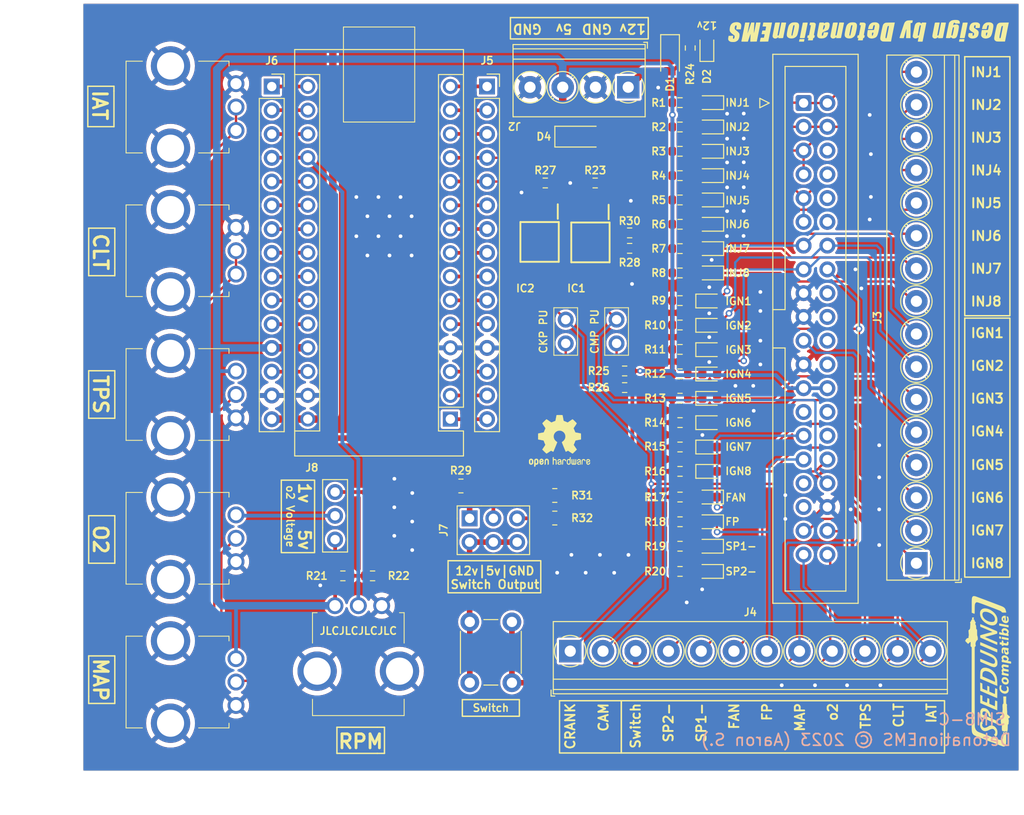
<source format=kicad_pcb>
(kicad_pcb (version 20221018) (generator pcbnew)
  (title_block (title "Engine Simulator - 8 Channel") (date "2023-01-26") (rev "B3") (company "DetonationEMS"))
  (layers (0 "F.Cu" signal "Front") (31 "B.Cu" signal "Back") (34 "B.Paste" user) (35 "F.Paste" user) (36 "B.SilkS" user "B.Silkscreen") (37 "F.SilkS" user "F.Silkscreen") (38 "B.Mask" user) (39 "F.Mask" user) (44 "Edge.Cuts" user))
  (net 0 "")
  (net 1 "o2-Voltage")
  (net 2 "+5V")
  (net 3 "INJ1")
  (net 4 "IGN2")
  (net 5 "CAM")
  (net 6 "TPS")
  (net 7 "IAT")
  (net 8 "IGN4")
  (net 9 "INJ4")
  (net 10 "INJ3")
  (net 11 "INJ2")
  (net 12 "IGN3")
  (net 13 "CRANK")
  (net 14 "o2")
  (net 15 "CLT")
  (net 16 "MAP")
  (net 17 "IGN1")
  (net 18 "MC-A0")
  (net 19 "GND")
  (net 20 "Net-(D2-A)")
  (net 21 "Net-(IC1-A)")
  (net 22 "Net-(IC2-A)")
  (net 23 "Net-(J7-Pin_1)")
  (net 24 "Net-(J7-Pin_2)")
  (net 25 "Net-(J7-Pin_3)")
  (net 26 "Net-(J7-Pin_5)")
  (net 27 "Net-(J8-Pin_3)")
  (net 28 "Net-(J10-Pin_1)")
  (net 29 "Net-(J11-Pin_1)")
  (net 30 "MC-D1")
  (net 31 "MC-D2")
  (net 32 "MC-D3")
  (net 33 "MC-D4")
  (net 34 "MC-D5")
  (net 35 "MC-D6")
  (net 36 "MC-D7")
  (net 37 "MC-D10")
  (net 38 "MC-D11")
  (net 39 "MC-D12")
  (net 40 "MC-D13")
  (net 41 "+3.3V")
  (net 42 "MC-AREF")
  (net 43 "MC-A1")
  (net 44 "MC-A2")
  (net 45 "MC-A3")
  (net 46 "MC-A4")
  (net 47 "MC-A5")
  (net 48 "MC-A6")
  (net 49 "MC-D0")
  (net 50 "MC-A7")
  (net 51 "FLEX")
  (net 52 "FAN")
  (net 53 "FP")
  (net 54 "TACH")
  (net 55 "CLUTCH")
  (net 56 "VVT")
  (net 57 "IDLE")
  (net 58 "IDLE2")
  (net 59 "BOOST")
  (net 60 "1B")
  (net 61 "1A")
  (net 62 "2A")
  (net 63 "2B")
  (net 64 "VR1-")
  (net 65 "VR2-")
  (net 66 "INJ8")
  (net 67 "INJ7")
  (net 68 "CAM-OUT")
  (net 69 "CRANK-OUT")
  (net 70 "SP1-")
  (net 71 "SP2-")
  (net 72 "Net-(LED1-A)")
  (net 73 "Net-(LED2-A)")
  (net 74 "INJ6")
  (net 75 "INJ5")
  (net 76 "IGN8")
  (net 77 "IGN7")
  (net 78 "IGN6")
  (net 79 "IGN5")
  (net 80 "Net-(LED3-A)")
  (net 81 "+12V")
  (net 82 "Net-(LED4-A)")
  (net 83 "Net-(LED5-A)")
  (net 84 "Net-(LED6-A)")
  (net 85 "Net-(LED7-A)")
  (net 86 "Net-(LED8-A)")
  (net 87 "Net-(LED9-K)")
  (net 88 "Net-(LED10-K)")
  (net 89 "Net-(LED11-K)")
  (net 90 "Net-(LED12-K)")
  (net 91 "SWITCH")
  (net 92 "Net-(LED13-K)")
  (net 93 "Net-(LED14-K)")
  (net 94 "Net-(LED15-K)")
  (net 95 "12v-Unprotected")
  (net 96 "Net-(LED16-K)")
  (net 97 "MC-RESET-3")
  (net 98 "MC-RESET-28")
  (net 99 "Net-(LED17-A)")
  (net 100 "Net-(LED18-A)")
  (net 101 "Net-(LED19-A)")
  (net 102 "Net-(LED20-A)")
  (footprint "Resistor_SMD:R_0603_1608Metric" (layer "F.Cu") (at 126.57465 119.08165)
    (fp_text reference "R21")
    (fp_text value "470r" hide)
  )
  (footprint "Resistor_SMD:R_0603_1608Metric" (layer "F.Cu") (at 129.74965 119.08165)
    (fp_text reference "R22")
    (fp_text value "100r" hide)
  )
  (footprint "MyLibs:RV09AF4020KB10K" (layer "F.Cu") (at 115.153567 132.9709 90)
    (fp_text reference "POT1" hide)
    (fp_text value "IAT" hide)
  )
  (footprint "MyLibs:RV09AF4020KB10K" (layer "F.Cu") (at 115.153567 117.6039 90)
    (fp_text reference "POT2" hide)
    (fp_text value "CLT" hide)
  )
  (footprint "MyLibs:RV09AF4020KB10K" (layer "F.Cu") (at 115.153567 86.8699 90)
    (fp_text reference "POT4" hide)
    (fp_text value "TPS" hide)
  )
  (footprint "MyLibs:RV09AF4020KB10K" (layer "F.Cu") (at 115.153567 102.2369 90)
    (fp_text reference "POT3" hide)
    (fp_text value "MAP/SP1" hide)
  )
  (footprint "MyLibs:RV09AF4020KB10K" (layer "F.Cu") (at 115.153567 71.5137 90)
    (fp_text reference "POT5" hide)
    (fp_text value "o2" hide)
  )
  (footprint "MyLibs:RV09AF4020KB10K" (layer "F.Cu") (at 130.76565 122.26705 180)
    (fp_text reference "POT6" hide)
    (fp_text value "RPM" hide)
  )
  (footprint "LED_SMD:LED_0603_1608Metric" (layer "F.Cu") (at 165.7858 68.503 180)
    (fp_text reference "LED1" hide)
    (fp_text value "INJ1")
  )
  (footprint "LED_SMD:LED_0603_1608Metric" (layer "F.Cu") (at 165.7858 71.103285 180)
    (fp_text reference "LED2" hide)
    (fp_text value "INJ2")
  )
  (footprint "LED_SMD:LED_0603_1608Metric" (layer "F.Cu") (at 165.7858 73.70357 180)
    (fp_text reference "LED3" hide)
    (fp_text value "INJ3")
  )
  (footprint "LED_SMD:LED_0603_1608Metric" (layer "F.Cu") (at 165.7858 76.303855 180)
    (fp_text reference "LED4" hide)
    (fp_text value "INJ4")
  )
  (footprint "LED_SMD:LED_0603_1608Metric" (layer "F.Cu") (at 165.7858 89.7022)
    (fp_text reference "LED9" hide)
    (fp_text value "IGN1")
  )
  (footprint "LED_SMD:LED_0603_1608Metric" (layer "F.Cu") (at 165.7858 92.303885)
    (fp_text reference "LED10" hide)
    (fp_text value "IGN2")
  )
  (footprint "LED_SMD:LED_0603_1608Metric" (layer "F.Cu") (at 165.7858 94.90557)
    (fp_text reference "LED11" hide)
    (fp_text value "IGN3")
  )
  (footprint "LED_SMD:LED_0603_1608Metric" (layer "F.Cu") (at 165.7858 97.507255)
    (fp_text reference "LED12" hide)
    (fp_text value "IGN4")
  )
  (footprint "LED_SMD:LED_0603_1608Metric" (layer "F.Cu") (at 165.763633 110.6572 180)
    (fp_text reference "LED17" hide)
    (fp_text value "FAN")
  )
  (footprint "LED_SMD:LED_0603_1608Metric" (layer "F.Cu") (at 165.763633 113.2988 180)
    (fp_text reference "LED18" hide)
    (fp_text value "FP")
  )
  (footprint "Resistor_SMD:R_0603_1608Metric" (layer "F.Cu") (at 162.6108 68.503)
    (fp_text reference "R1")
    (fp_text value "1k" hide)
  )
  (footprint "Resistor_SMD:R_0603_1608Metric" (layer "F.Cu") (at 162.6108 71.103285)
    (fp_text reference "R2")
    (fp_text value "1k" hide)
  )
  (footprint "Resistor_SMD:R_0603_1608Metric" (layer "F.Cu") (at 162.6108 73.70357)
    (fp_text reference "R3")
    (fp_text value "1k" hide)
  )
  (footprint "Resistor_SMD:R_0603_1608Metric" (layer "F.Cu") (at 162.6108 76.303855)
    (fp_text reference "R4")
    (fp_text value "1k" hide)
  )
  (footprint "Resistor_SMD:R_0603_1608Metric" (layer "F.Cu") (at 162.6108 89.6622)
    (fp_text reference "R9")
    (fp_text value "1k" hide)
  )
  (footprint "Resistor_SMD:R_0603_1608Metric" (layer "F.Cu") (at 162.6108 92.2696)
    (fp_text reference "R10")
    (fp_text value "1k" hide)
  )
  (footprint "Resistor_SMD:R_0603_1608Metric" (layer "F.Cu") (at 162.6108 94.877)
    (fp_text reference "R11")
    (fp_text value "1k" hide)
  )
  (footprint "Resistor_SMD:R_0603_1608Metric" (layer "F.Cu") (at 162.6108 97.4844)
    (fp_text reference "R12")
    (fp_text value "1k" hide)
  )
  (footprint "Resistor_SMD:R_0603_1608Metric" (layer "F.Cu") (at 162.6108 110.6572)
    (fp_text reference "R17")
    (fp_text value "1k" hide)
  )
  (footprint "Resistor_SMD:R_0603_1608Metric" (layer "F.Cu") (at 162.6108 113.2988)
    (fp_text reference "R18")
    (fp_text value "1k" hide)
  )
  (footprint "Module:Arduino_Nano" (layer "F.Cu") (at 138.0648 102.326 180)
    (fp_text reference "A1" hide)
    (fp_text value "Arduino_Nano_v3.x" hide)
  )
  (footprint "Connector_Automotive:IDC-Header_2x20_P2.54mm_Vertical_Speeduino" (layer "F.Cu") (at 175.8188 68.544)
    (fp_text reference "J1" hide)
    (fp_text value "Conn_02x20_Counter_Clockwise" hide)
  )
  (footprint "Detonation:3-PinSwitch" (layer "F.Cu") (at 125.7421 115.2011 180)
    (fp_text reference "J8")
    (fp_text value "Conn_01x03" hide)
  )
  (footprint "Detonation-Logos:Design by 30mm" (layer "F.Cu") (at 182.753 60.833 180)
    (fp_text reference "G1" hide)
    (fp_text value "Logo_Open_Hardware_Small" hide)
  )
  (footprint "Detonation-Logos:SpeeduinoCompatible-17mm" (layer "F.Cu") (at 195.4784 129.286 90)
    (fp_text reference "G2" hide)
    (fp_text value "Logo_Open_Hardware_Small" hide)
  )
  (footprint "Symbol:OSHW-Logo2_7.3x6mm_SilkScreen" (layer "F.Cu") (at 149.733 104.648)
    (fp_text reference "G3" hide)
    (fp_text value "Logo_Open_Hardware_Small" hide)
  )
  (footprint "Resistor_SMD:R_0603_1608Metric" (layer "F.Cu") (at 162.6108 84.10471)
    (fp_text reference "R7")
    (fp_text value "1k")
  )
  (footprint "Button_Switch_THT:SW_PUSH_6mm_H9.5mm" (layer "F.Cu") (at 144.6424 124.004 -90)
    (fp_text reference "SW1" hide)
    (fp_text value "Switch")
  )
  (footprint "LED_SMD:LED_0603_1608Metric" (layer "F.Cu") (at 165.763633 118.6074 180)
    (fp_text reference "LED19" hide)
    (fp_text value "SP2-")
  )
  (footprint "Resistor_SMD:R_0603_1608Metric" (layer "F.Cu") (at 162.6108 78.90414)
    (fp_text reference "R5")
    (fp_text value "1k")
  )
  (footprint "TerminalBlock_Phoenix:TerminalBlock_Phoenix_PT-1,5-4-3.5-H_1x04_P3.50mm_Horizontal" (layer "F.Cu") (at 157.0736 66.8528 180)
    (fp_text reference "J2")
    (fp_text value "Conn_01x04" hide)
  )
  (footprint "Resistor_SMD:R_0603_1608Metric" (layer "F.Cu") (at 162.6108 105.3066)
    (fp_text reference "R15")
    (fp_text value "1k")
  )
  (footprint "Resistor_SMD:R_0603_1608Metric" (layer "F.Cu") (at 162.6108 100.0918)
    (fp_text reference "R13")
    (fp_text value "1k")
  )
  (footprint "LED_SMD:LED_0603_1608Metric" (layer "F.Cu") (at 165.7858 78.90414 180)
    (fp_text reference "LED5" hide)
    (fp_text value "INJ5")
  )
  (footprint "Connector_PinSocket_2.54mm:PinSocket_1x15_P2.54mm_Vertical" (layer "F.Cu") (at 141.986 66.7766)
    (fp_text reference "J5")
    (fp_text value "Conn_01x04")
  )
  (footprint "Resistor_SMD:R_0603_1608Metric" (layer "F.Cu") (at 156.6926 98.9584 180)
    (fp_text reference "R26")
    (fp_text value "1k")
  )
  (footprint "LED_SMD:LED_0603_1608Metric" (layer "F.Cu") (at 165.763633 115.915 180)
    (fp_text reference "LED20" hide)
    (fp_text value "SP1-")
  )
  (footprint "Diode_SMD:D_SOD-123" (layer "F.Cu") (at 161.544 63.4894 -90)
    (fp_text reference "D1")
    (fp_text value "B5819W")
  )
  (footprint "Resistor_SMD:R_0603_1608Metric" (layer "F.Cu") (at 162.6108 102.6992)
    (fp_text reference "R14")
    (fp_text value "1k")
  )
  (footprint "LED_SMD:LED_0603_1608Metric" (layer "F.Cu") (at 165.7858 100.10894)
    (fp_text reference "LED13" hide)
    (fp_text value "IGN5")
  )
  (footprint "Detonation:1x02-Proto" (layer "F.Cu") (at 150.3934 94.234 180)
    (fp_text reference "J11" hide)
    (fp_text value "CKP PU")
  )
  (footprint "LED_SMD:LED_0603_1608Metric" (layer "F.Cu") (at 165.7858 107.914)
    (fp_text reference "LED16" hide)
    (fp_text value locked "IGN8")
  )
  (footprint "Resistor_SMD:R_0603_1608Metric" (layer "F.Cu") (at 156.6926 97.1804 180)
    (fp_text reference "R25")
    (fp_text value "1k")
  )
  (footprint "TerminalBlock_Phoenix:TerminalBlock_Phoenix_PT-1,5-16-3.5-H_1x16_P3.50mm_Horizontal" (layer "F.Cu") (at 187.872733 117.7302 90)
    (fp_text reference "J3")
    (fp_text value "Conn_01x08")
  )
  (footprint "LED_SMD:LED_0603_1608Metric" (layer "F.Cu") (at 165.7858 81.504425 180)
    (fp_text reference "LED6" hide)
    (fp_text value "INJ6")
  )
  (footprint "Resistor_SMD:R_0603_1608Metric" (layer "F.Cu") (at 162.6108 81.504425)
    (fp_text reference "R6")
    (fp_text value "1k")
  )
  (footprint "Resistor_SMD:R_0603_1608Metric" (layer "F.Cu") (at 162.6108 107.914)
    (fp_text reference locked "R16")
    (fp_text value "1k")
  )
  (footprint "LED_SMD:LED_0603_1608Metric" (layer "F.Cu") (at 165.7858 84.10471 180)
    (fp_text reference "LED7" hide)
    (fp_text value "INJ7")
  )
  (footprint "LED_SMD:LED_0603_1608Metric" (layer "F.Cu") (at 165.7858 102.710625)
    (fp_text reference "LED14" hide)
    (fp_text value "IGN6")
  )
  (footprint "Connector_PinSocket_2.54mm:PinSocket_1x15_P2.54mm_Vertical" (layer "F.Cu") (at 118.9736 66.7812)
    (fp_text reference "J6")
    (fp_text value "Conn_01x04")
  )
  (footprint "Resistor_SMD:R_0603_1608Metric" (layer "F.Cu") (at 153.543 77.089 180)
    (fp_text reference "R23")
    (fp_text value "470r" hide)
  )
  (footprint "Detonation:SOP254P700X200-4N" (layer "F.Cu") (at 147.5994 83.3894 -90)
    (fp_text reference "IC2")
    (fp_text value "EL357NB_TA_-G" hide)
  )
  (footprint "Resistor_SMD:R_0805_2012Metric" (layer "F.Cu") (at 139.192 109.474 180)
    (fp_text reference "R29")
    (fp_text value "0r")
  )
  (footprint "Detonation:SOP254P700X200-4N" (layer "F.Cu") (at 153.035 83.439 -90)
    (fp_text reference "IC1")
    (fp_text value "EL357NB_TA_-G" hide)
  )
  (footprint "LED_SMD:LED_0603_1608Metric" (layer "F.Cu") (at 165.481 62.611 90)
    (fp_text reference "D2")
    (fp_text value "12v")
  )
  (footprint "Resistor_SMD:R_0603_1608Metric" (layer "F.Cu") (at 162.6108 118.6074)
    (fp_text reference "R20")
    (fp_text value "1k")
  )
  (footprint "Resistor_SMD:R_0603_1608Metric" (layer "F.Cu") (at 163.703 62.6618 90)
    (fp_text reference "R24")
    (fp_text value "1k")
  )
  (footprint "Resistor_SMD:R_0603_1608Metric" (layer "F.Cu") (at 157.226 82.423)
    (fp_text reference "R30")
    (fp_text value "1k")
  )
  (footprint "LED_SMD:LED_0603_1608Metric" (layer "F.Cu") (at 165.7858 86.705 180)
    (fp_text reference "LED8" hide)
    (fp_text value "INJ8")
  )
  (footprint "Resistor_SMD:R_0603_1608Metric" (layer "F.Cu") (at 162.6108 86.705)
    (fp_text reference "R8")
    (fp_text value "1k")
  )
  (footprint "Resistor_SMD:R_0603_1608Metric" (layer "F.Cu") (at 157.226 84.074)
    (fp_text reference "R28")
    (fp_text value "1k")
  )
  (footprint "LED_SMD:LED_0603_1608Metric" (layer "F.Cu") (at 165.7858 105.31231)
    (fp_text reference "LED15" hide)
    (fp_text value "IGN7")
  )
  (footprint "Resistor_SMD:R_0603_1608Metric" (layer "F.Cu") (at 162.6108 115.915)
    (fp_text reference "R19")
    (fp_text value "1k")
  )
  (footprint "Detonation:1x02-Proto" (layer "F.Cu") (at 155.829 94.234 180)
    (fp_text reference "J10" hide)
    (fp_text value "CMP PU")
  )
  (footprint "Resistor_SMD:R_0805_2012Metric" (layer "F.Cu") (at 149.225 112.903 180)
    (fp_text reference "R32")
    (fp_text value "0r")
  )
  (footprint "Resistor_SMD:R_0603_1608Metric" (layer "F.Cu") (at 148.209 77.089 180)
    (fp_text reference "R27")
    (fp_text value "470r" hide)
  )
  (footprint "Detonation:PinSocket 2x03" (layer "F.Cu") (at 140.1214 112.9338 90)
    (fp_text reference "J7")
    (fp_text value "Conn_01x03")
  )
  (footprint "Diode_SMD:D_MiniMELF" (layer "F.Cu") (at 151.892 72.136)
    (fp_text reference "D4")
    (fp_text value "ZMM5V6")
  )
  (footprint "TerminalBlock_Phoenix:TerminalBlock_Phoenix_PT-1,5-12-3.5-H_1x12_P3.50mm_Horizontal" (layer "F.Cu") (at 150.876 127.127)
    (fp_text reference "J4")
    (fp_text value "Conn_01x10")
  )
  (footprint "Resistor_SMD:R_0805_2012Metric" (layer "F.Cu") (at 149.225 110.49)
    (fp_text reference "R31")
    (fp_text value "0r")
  )
  (gr_line (start 102.1084 66.7512) (end 102.1084 67.2592) (stroke (width 0.1524)) (layer "F.SilkS"))
  (gr_line (start 102.199567 128.1449) (end 102.199567 131.9549) (stroke (width 0.1524)) (layer "F.SilkS"))
  (gr_line (start 102.199567 132.7169) (end 99.405567 132.7169) (stroke (width 0.1524)) (layer "F.SilkS"))
  (gr_line (start 99.405567 127.6369) (end 102.199567 127.6369) (stroke (width 0.1524)) (layer "F.SilkS"))
  (gr_line (start 99.405567 131.9549) (end 99.405567 127.6369) (stroke (width 0.1524)) (layer "F.SilkS"))
  (gr_line (start 102.199567 127.6369) (end 102.199567 128.1449) (stroke (width 0.1524)) (layer "F.SilkS"))
  (gr_line (start 99.405567 132.7169) (end 99.405567 131.9549) (stroke (width 0.1524)) (layer "F.SilkS"))
  (gr_line (start 102.199567 132.7169) (end 102.199567 131.9549) (stroke (width 0.1524)) (layer "F.SilkS"))
  (gr_line (start 102.199567 82.4249) (end 102.199567 86.2349) (stroke (width 0.1524)) (layer "F.SilkS"))
  (gr_line (start 102.199567 81.9169) (end 102.199567 82.4249) (stroke (width 0.1524)) (layer "F.SilkS"))
  (gr_line (start 102.199567 86.9969) (end 102.199567 86.2349) (stroke (width 0.1524)) (layer "F.SilkS"))
  (gr_line (start 102.199567 86.9969) (end 99.405567 86.9969) (stroke (width 0.1524)) (layer "F.SilkS"))
  (gr_line (start 99.405567 86.9969) (end 99.405567 81.9169) (stroke (width 0.1524)) (layer "F.SilkS"))
  (gr_line (start 99.405567 81.9169) (end 102.199567 81.9169) (stroke (width 0.1524)) (layer "F.SilkS"))
  (gr_line (start 126.44765 135.26145) (end 130.25765 135.26145) (stroke (width 0.1524)) (layer "F.SilkS"))
  (gr_line (start 125.93965 135.26145) (end 126.44765 135.26145) (stroke (width 0.1524)) (layer "F.SilkS"))
  (gr_line (start 131.01965 138.05545) (end 130.25765 138.05545) (stroke (width 0.1524)) (layer "F.SilkS"))
  (gr_line (start 131.01965 135.26145) (end 130.25765 135.26145) (stroke (width 0.1524)) (layer "F.SilkS"))
  (gr_line (start 130.25765 138.05545) (end 125.93965 138.05545) (stroke (width 0.1524)) (layer "F.SilkS"))
  (gr_line (start 125.93965 138.05545) (end 125.93965 135.26145) (stroke (width 0.1524)) (layer "F.SilkS"))
  (gr_rect (start 193.043133 91.531) (end 197.869133 119.217) (stroke (width 0.1524)) (fill none) (layer "F.SilkS"))
  (gr_rect (start 119.99535 108.8511) (end 123.55135 116.5981) (stroke (width 0.1524)) (fill none) (layer "F.SilkS"))
  (gr_line (start 102.199567 97.6649) (end 102.199567 101.4749) (stroke (width 0.1524)) (layer "F.SilkS"))
  (gr_line (start 102.199567 117.7309) (end 99.405567 117.7309) (stroke (width 0.1524)) (layer "F.SilkS"))
  (gr_line (start 102.1084 67.2592) (end 102.1084 71.0692) (stroke (width 0.1524)) (layer "F.SilkS"))
  (gr_line (start 102.199567 112.6509) (end 102.199567 113.1589) (stroke (width 0.1524)) (layer "F.SilkS"))
  (gr_line (start 99.405567 117.7309) (end 99.405567 112.6509) (stroke (width 0.1524)) (layer "F.SilkS"))
  (gr_rect (start 139.3444 132.3086) (end 145.4404 134.0866) (stroke (width 0.1524)) (fill none) (layer "F.SilkS"))
  (gr_rect (start 156.337 132.425) (end 190.881 138.013) (stroke (width 0.1524)) (fill none) (layer "F.SilkS"))
  (gr_rect (start 137.8204 117.4623) (end 147.7264 120.8913) (stroke (width 0.1524)) (fill none) (layer "F.SilkS"))
  (gr_line (start 131.01965 135.26145) (end 131.01965 138.05545) (stroke (width 0.1524)) (layer "F.SilkS"))
  (gr_line (start 99.405567 112.6509) (end 102.199567 112.6509) (stroke (width 0.1524)) (layer "F.SilkS"))
  (gr_line (start 99.405567 97.1569) (end 102.199567 97.1569) (stroke (width 0.1524)) (layer "F.SilkS"))
  (gr_line (start 99.405567 102.2369) (end 99.405567 97.1569) (stroke (width 0.1524)) (layer "F.SilkS"))
  (gr_rect (start 193.043133 63.591) (end 197.869133 91.277) (stroke (width 0.1524)) (fill none) (layer "F.SilkS"))
  (gr_line (start 99.3144 71.0692) (end 99.3144 66.7512) (stroke (width 0.1524)) (layer "F.SilkS"))
  (gr_rect (start 144.483 59.4091) (end 159.215 61.6951) (stroke (width 0.1524)) (fill none) (layer "F.SilkS"))
  (gr_line (start 102.199567 102.2369) (end 102.199567 101.4749) (stroke (width 0.1524)) (layer "F.SilkS"))
  (gr_line (start 102.199567 102.2369) (end 99.405567 102.2369) (stroke (width 0.1524)) (layer "F.SilkS"))
  (gr_line (start 99.3144 66.7512) (end 102.1084 66.7512) (stroke (width 0.1524)) (layer "F.SilkS"))
  (gr_line (start 102.199567 117.7309) (end 102.199567 116.9689) (stroke (width 0.1524)) (layer "F.SilkS"))
  (gr_line (start 102.199567 113.1589) (end 102.199567 116.9689) (stroke (width 0.1524)) (layer "F.SilkS"))
  (gr_rect (start 149.733 132.425) (end 156.337 138.013) (stroke (width 0.1524)) (fill none) (layer "F.SilkS"))
  (gr_line (start 102.199567 97.1569) (end 102.199567 97.6649) (stroke (width 0.1524)) (layer "F.SilkS"))
  (gr_line (start 102.1084 71.0692) (end 99.3144 71.0692) (stroke (width 0.1524)) (layer "F.SilkS"))
  (gr_line (start 198.8166 139.912) (end 198.8166 57.912) (stroke (width 0.0381)) (layer "Edge.Cuts"))
  (gr_line (start 198.8166 57.912) (end 98.8166 57.912) (stroke (width 0.0381)) (layer "Edge.Cuts"))
  (gr_line (start 98.8166 57.912) (end 98.8166 139.912) (stroke (width 0.0381)) (layer "Edge.Cuts"))
  (gr_line (start 98.8166 139.912) (end 198.8166 139.912) (stroke (width 0.0381)) (layer "Edge.Cuts"))
  (gr_text "DetonationEMS © 2023 (Aaron S.)" (at 198.12 136.616) (layer "B.SilkS") (effects (font (size 1.25 1.25) (thickness 0.18)) (justify left mirror)))
  (gr_text "SIM8-C" (at 193.826628 134.4168) (layer "B.SilkS") (effects (font (size 1.25 1.25) (thickness 0.18)) (justify mirror)))
  (gr_text "IGN1" (at 195.456133 93.130058) (layer "F.SilkS") (effects (font (size 1 1) (thickness 0.2))))
  (gr_text "INJ4" (at 195.337085 75.746713) (layer "F.SilkS") (effects (font (size 1 1) (thickness 0.2))))
  (gr_text "IGN4" (at 195.456133 103.634774) (layer "F.SilkS") (effects (font (size 1 1) (thickness 0.2))))
  (gr_text "CAM" (at 154.432 134.203 90) (layer "F.SilkS") (effects (font (size 1 1) (thickness 0.2))))
  (gr_text "CLT" (at 185.970328 133.988715 90) (layer "F.SilkS") (effects (font (size 1 1) (thickness 0.2))))
  (gr_text "FP" (at 171.915664 133.631572 90) (layer "F.SilkS") (effects (font (size 1 1) (thickness 0.2))))
  (gr_text "5v  GND " (at 147.531 60.6156 180) (layer "F.SilkS") (effects (font (size 1 1) (thickness 0.2))))
  (gr_text "O2" (at 100.675567 115.1909 270) (layer "F.SilkS") (effects (font (size 1.5 1.5) (thickness 0.3))))
  (gr_text "RPM" (at 128.47965 136.78545) (layer "F.SilkS") (effects (font (size 1.5 1.5) (thickness 0.3))))
  (gr_text "o2" (at 178.942996 133.631572 90) (layer "F.SilkS") (effects (font (size 1 1) (thickness 0.2))))
  (gr_text "MAP" (at 175.42933 134.203 90) (layer "F.SilkS") (effects (font (size 1 1) (thickness 0.2))))
  (gr_text "SP2-" (at 161.374666 134.774429 90) (layer "F.SilkS") (effects (font (size 1 1) (thickness 0.2))))
  (gr_text "INJ1" (at 195.337085 65.242) (layer "F.SilkS") (effects (font (size 1 1) (thickness 0.2))))
  (gr_text "IGN7" (at 195.456133 114.2302) (layer "F.SilkS") (effects (font (size 1 1) (thickness 0.2))))
  (gr_text "IGN5" (at 195.456133 107.227058) (layer "F.SilkS") (effects (font (size 1 1) (thickness 0.2))))
  (gr_text "TPS" (at 182.456662 134.060143 90) (layer "F.SilkS") (effects (font (size 1 1) (thickness 0.2))))
  (gr_text "INJ2" (at 195.337085 68.743571) (layer "F.SilkS") (effects (font (size 1 1) (thickness 0.2))))
  (gr_text "SP1-" (at 164.888332 134.774429 90) (layer "F.SilkS") (effects (font (size 1 1) (thickness 0.2))))
  (gr_text "12v GND" (at 155.532 60.6156 180) (layer "F.SilkS") (effects (font (size 1 1.05) (thickness 0.2))))
  (gr_text "Switch" (at 157.861 135.107762 90) (layer "F.SilkS") (effects (font (size 1 1) (thickness 0.2))))
  (gr_text "INJ5" (at 195.337085 79.248287) (layer "F.SilkS") (effects (font (size 1 1) (thickness 0.2))))
  (gr_text "TPS" (at 100.675567 99.6969 270) (layer "F.SilkS") (effects (font (size 1.5 1.5) (thickness 0.3))))
  (gr_text "IGN3" (at 195.456133 100.1332) (layer "F.SilkS") (effects (font (size 1 1) (thickness 0.2))))
  (gr_text "CRANK" (at 150.876 135.155381 90) (layer "F.SilkS") (effects (font (size 1 1) (thickness 0.2))))
  (gr_text "IAT" (at 189.484 133.750619 90) (layer "F.SilkS") (effects (font (size 1 1) (thickness 0.2))))
  (gr_text "1v   5v" (at 122.47185 112.724599 270) (layer "F.SilkS") (effects (font (size 1.25 1.25) (thickness 0.25))))
  (gr_text "CLT" (at 100.675567 84.4569 270) (layer "F.SilkS") (effects (font (size 1.5 1.5) (thickness 0.3))))
  (gr_text "JLCJLCJLCJLC" (at 128.22565 124.95965) (layer "F.SilkS") (effects (font (size 0.8 0.8) (thickness 0.16))))
  (gr_text "INJ8" (at 195.337085 89.753) (layer "F.SilkS") (effects (font (size 1 1) (thickness 0.2))))
  (gr_text "o2 Voltage" (at 120.94785 112.7246 270) (layer "F.SilkS") (effects (font (size 0.8128 0.8128) (thickness 0.1524))))
  (gr_text "IGN2" (at 195.456133 96.631629) (layer "F.SilkS") (effects (font (size 1 1) (thickness 0.2))))
  (gr_text "IAT" (at 100.5844 68.7832 270) (layer "F.SilkS") (effects (font (size 1.5 1.5) (thickness 0.3))))
  (gr_text "INJ3" (at 195.337085 72.245142) (layer "F.SilkS") (effects (font (size 1 1) (thickness 0.2))))
  (gr_text "IGN8" (at 195.456133 117.731774) (layer "F.SilkS") (effects (font (size 1 1) (thickness 0.2))))
  (gr_text "INJ6" (at 195.337085 82.749858) (layer "F.SilkS") (effects (font (size 1 1) (thickness 0.2))))
  (gr_text "12v|5v|GND\nSwitch Output" (at 142.8242 119.2784) (layer "F.SilkS") (effects (font (size 0.9 0.9) (thickness 0.18))))
  (gr_text "MAP" (at 100.675567 130.1769 270) (layer "F.SilkS") (effects (font (size 1.5 1.5) (thickness 0.3))))
  (gr_text "INJ7" (at 195.337085 86.251429) (layer "F.SilkS") (effects (font (size 1 1) (thickness 0.2))))
  (gr_text "FAN" (at 168.401998 134.083953 90) (layer "F.SilkS") (effects (font (size 1 1) (thickness 0.2))))
  (gr_text "IGN6" (at 195.456133 110.728629) (layer "F.SilkS") (effects (font (size 1 1) (thickness 0.2))))
  (segment (start 115.238667 112.649) (end 125.73 112.649) (width 0.4) (layer "B.Cu") (net 1))
  (segment (start 161.7858 113.2988) (end 161.7858 110.6572) (width 0.6) (layer "F.Cu") (net 2))
  (segment (start 158.051 84.074) (end 161.75509 84.074) (width 0.4) (layer "F.Cu") (net 2))
  (segment (start 161.7858 69.803933) (end 161.7858 71.099) (width 0.4) (layer "F.Cu") (net 2))
  (segment (start 161.7858 76.291) (end 161.7858 78.90414) (width 0.4) (layer "F.Cu") (net 2))
  (segment (start 150.0736 66.8528) (end 150.0736 72.0676) (width 0.8) (layer "F.Cu") (net 2))
  (segment (start 161.7858 71.099) (end 161.7858 73.695) (width 0.4) (layer "F.Cu") (net 2))
  (segment (start 161.7858 76.291) (end 161.7858 73.695) (width 0.4) (layer "F.Cu") (net 2))
  (segment (start 157.5176 98.9584) (end 157.5176 110.6572) (width 0.4) (layer "F.Cu") (net 2))
  (segment (start 161.7858 115.915) (end 161.7858 113.2988) (width 0.6) (layer "F.Cu") (net 2))
  (segment (start 161.7858 84.10471) (end 161.7858 86.705) (width 0.4) (layer "F.Cu") (net 2))
  (segment (start 157.5176 97.1804) (end 158.3436 97.1804) (width 0.4) (layer "F.Cu") (net 2))
  (segment (start 161.7858 81.504425) (end 161.7858 84.10471) (width 0.4) (layer "F.Cu") (net 2))
  (segment (start 125.74965 119.08165) (end 125.74965 115.20865) (width 0.4) (layer "F.Cu") (net 2))
  (segment (start 158.051 84.074) (end 158.051 82.423) (width 0.4) (layer "F.Cu") (net 2))
  (segment (start 161.7858 118.6074) (end 161.7858 115.915) (width 0.6) (layer "F.Cu") (net 2))
  (segment (start 161.7858 78.90414) (end 161.7858 81.504425) (width 0.4) (layer "F.Cu") (net 2))
  (segment (start 150.3047 110.6572) (end 157.5176 110.6572) (width 0.4) (layer "F.Cu") (net 2))
  (segment (start 122.8248 94.706) (end 118.9888 94.706) (width 0.8) (layer "F.Cu") (net 2))
  (segment (start 157.5176 110.6572) (end 161.7858 110.6572) (width 0.4) (layer "F.Cu") (net 2))
  (segment (start 157.5176 98.9584) (end 157.5176 97.1804) (width 0.4) (layer "F.Cu") (net 2))
  (segment (start 161.7858 68.503) (end 161.7858 69.803933) (width 0.4) (layer "F.Cu") (net 2))
  (segment (start 125.74965 119.08165) (end 125.74965 122.24305) (width 0.4) (layer "F.Cu") (net 2))
  (via (at 158.3436 97.1804) (size 0.6) (drill 0.3) (layers "F.Cu" "B.Cu") (net 2))
  (via (at 161.798 69.803933) (size 0.7) (drill 0.4) (layers "F.Cu" "B.Cu") (net 2))
  (segment (start 149.4938 63.845) (end 150.0736 64.4248) (width 0.8) (layer "B.Cu") (net 2))
  (segment (start 113.096167 64.957833) (end 114.209 63.845) (width 0.8) (layer "B.Cu") (net 2))
  (segment (start 175.8188 99.024) (end 174.247133 99.024) (width 0.4) (layer "B.Cu") (net 2))
  (segment (start 115.153567 97.1969) (end 113.110767 97.1969) (width 0.4) (layer "B.Cu") (net 2))
  (segment (start 161.3408 64.3128) (end 150.1856 64.3128) (width 0.4) (layer "B.Cu") (net 2))
  (segment (start 174.247133 99.024) (end 172.850133 97.627) (width 0.4) (layer "B.Cu") (net 2))
  (segment (start 113.096167 121.6933) (end 113.096167 97.1823) (width 0.8) (layer "B.Cu") (net 2))
  (segment (start 115.153567 122.2117) (end 115.153567 127.8909) (width 0.4) (layer "B.Cu") (net 2))
  (segment (start 113.110767 97.1969) (end 113.096167 97.1823) (width 0.4) (layer "B.Cu") (net 2))
  (segment (start 113.096167 94.777433) (end 113.096167 64.957833) (width 0.8) (layer "B.Cu") (net 2))
  (segment (start 150.0736 64.4248) (end 150.0736 66.8528) (width 0.8) (layer "B.Cu") (net 2))
  (segment (start 113.1524 94.7212) (end 113.096167 94.777433) (width 0.8) (layer "B.Cu") (net 2))
  (segment (start 118.9736 94.7212) (end 113.1524 94.7212) (width 0.8) (layer "B.Cu") (net 2))
  (segment (start 172.850133 97.627) (end 162.2446 97.627) (width 0.4) (layer "B.Cu") (net 2))
  (segment (start 158.3436 97.1804) (end 161.798 97.1804) (width 0.4) (layer "B.Cu") (net 2))
  (segment (start 150.1856 64.3128) (end 150.0736 64.4248) (width 0.4) (layer "B.Cu") (net 2))
  (segment (start 125.7173 122.2754) (end 113.678267 122.2754) (width 0.8) (layer "B.Cu") (net 2))
  (segment (start 113.096167 97.1823) (end 113.096167 94.777433) (width 0.8) (layer "B.Cu") (net 2))
  (segment (start 175.8188 99.024) (end 178.3588 99.024) (width 0.4) (layer "B.Cu") (net 2))
  (segment (start 113.678267 122.2754) (end 113.096167 121.6933) (width 0.8) (layer "B.Cu") (net 2))
  (segment (start 114.209 63.845) (end 149.4938 63.845) (width 0.8) (layer "B.Cu") (net 2))
  (segment (start 162.2446 97.627) (end 161.801133 97.183533) (width 0.4) (layer "B.Cu") (net 2))
  (segment (start 161.801133 97.183533) (end 161.801133 69.819266) (width 0.4) (layer "B.Cu") (net 2))
  (segment (start 161.798 64.77) (end 161.3408 64.3128) (width 0.4) (layer "B.Cu") (net 2))
  (segment (start 161.801133 69.819266) (end 161.7858 69.803933) (width 0.4) (layer "B.Cu") (net 2))
  (segment (start 161.798 69.803933) (end 161.798 64.77) (width 0.4) (layer "B.Cu") (net 2))
  (segment (start 161.798 97.1804) (end 161.801133 97.183533) (width 0.4) (layer "B.Cu") (net 2))
  (segment (start 178.3588 68.544) (end 175.8188 68.544) (width 0.25) (layer "F.Cu") (net 3))
  (segment (start 166.5733 68.503) (end 175.7778 68.503) (width 0.25) (layer "F.Cu") (net 3))
  (segment (start 178.3588 68.544) (end 181.6934 65.2094) (width 0.25) (layer "F.Cu") (net 3))
  (segment (start 181.6934 65.2094) (end 187.4886 65.2094) (width 0.25) (layer "F.Cu") (net 3))
  (segment (start 167.846333 91.030852) (end 166.5733 92.303885) (width 0.25) (layer "F.Cu") (net 4))
  (segment (start 167.846333 91.023) (end 167.846333 91.030852) (width 0.25) (layer "F.Cu") (net 4))
  (via (at 167.846333 91.023) (size 0.7) (drill 0.4) (layers "F.Cu" "B.Cu") (net 4))
  (segment (start 178.3588 83.784) (end 183.645133 83.784) (width 0.25) (layer "B.Cu") (net 4))
  (segment (start 167.846333 91.023) (end 168.506733 90.3626) (width 0.25) (layer "B.Cu") (net 4))
  (segment (start 169.040133 85.054) (end 176.660133 85.054) (width 0.25) (layer "B.Cu") (net 4))
  (segment (start 183.645133 83.784) (end 184.026133 84.165) (width 0.25) (layer "B.Cu") (net 4))
  (segment (start 184.026133 84.165) (end 184.026133 92.8836) (width 0.25) (layer "B.Cu") (net 4))
  (segment (start 176.660133 85.054) (end 177.930133 83.784) (width 0.25) (layer "B.Cu") (net 4))
  (segment (start 168.506733 85.5874) (end 169.040133 85.054) (width 0.25) (layer "B.Cu") (net 4))
  (segment (start 184.026133 92.8836) (end 187.872733 96.7302) (width 0.25) (layer "B.Cu") (net 4))
  (segment (start 168.506733 90.3626) (end 168.506733 85.5874) (width 0.25) (layer "B.Cu") (net 4))
  (segment (start 152.908 82.042) (end 152.908 74.93) (width 0.25) (layer "F.Cu") (net 5))
  (segment (start 153.289 82.423) (end 152.908 82.042) (width 0.25) (layer "F.Cu") (net 5))
  (segment (start 156.401 82.423) (end 153.289 82.423) (width 0.25) (layer "F.Cu") (net 5))
  (segment (start 141.986 74.3966) (end 138.0754 74.3966) (width 0.4) (layer "F.Cu") (net 5))
  (segment (start 152.3746 74.3966) (end 141.986 74.3966) (width 0.25) (layer "F.Cu") (net 5))
  (segment (start 152.908 74.93) (end 152.3746 74.3966) (width 0.25) (layer "F.Cu") (net 5))
  (segment (start 113.2988 136.108) (end 112.8268 135.636) (width 0.25) (layer "F.Cu") (net 6))
  (segment (start 180.470133 117.5025) (end 180.470133 114.808) (width 0.25) (layer "F.Cu") (net 6))
  (segment (start 182.376 119.408367) (end 180.470133 117.5025) (width 0.25) (layer "F.Cu") (net 6))
  (segment (start 179.9738 114.311667) (end 178.3588 114.311667) (width 0.25) (layer "F.Cu") (net 6))
  (segment (start 173.355 136.108) (end 113.2988 136.108) (width 0.25) (layer "F.Cu") (net 6))
  (segment (start 112.8268 135.636) (end 112.8268 102.023667) (width 0.25) (layer "F.Cu") (net 6))
  (segment (start 182.31 127.153) (end 173.355 136.108) (width 0.25) (layer "F.Cu") (net 6))
  (segment (start 180.470133 114.808) (end 179.9738 114.311667) (width 0.25) (layer "F.Cu") (net 6))
  (segment (start 182.376 127.127) (end 182.376 119.408367) (width 0.25) (layer "F.Cu") (net 6))
  (segment (start 112.8268 102.023667) (end 115.153567 99.6969) (width 0.25) (layer "F.Cu") (net 6))
  (segment (start 115.153567 68.9737) (end 115.153567 71.4737) (width 0.25) (layer "F.Cu") (net 7))
  (segment (start 178.435 138.14) (end 111.762867 138.14) (width 0.25) (layer "F.Cu") (net 7))
  (segment (start 111.318167 137.6953) (end 111.318167 75.3091) (width 0.25) (layer "F.Cu") (net 7))
  (segment (start 111.318167 75.3091) (end 115.153567 71.4737) (width 0.25) (layer "F.Cu") (net 7))
  (segment (start 111.762867 138.14) (end 111.318167 137.6953) (width 0.25) (layer "F.Cu") (net 7))
  (segment (start 189.361 127.214) (end 178.435 138.14) (width 0.25) (layer "F.Cu") (net 7))
  (segment (start 175.8188 120.2436) (end 175.8188 116.804) (width 0.25) (layer "B.Cu") (net 7))
  (segment (start 186.038 123.789) (end 179.3642 123.789) (width 0.25) (layer "B.Cu") (net 7))
  (segment (start 189.376 127.127) (end 186.038 123.789) (width 0.25) (layer "B.Cu") (net 7))
  (segment (start 179.3642 123.789) (end 175.8188 120.2436) (width 0.25) (layer "B.Cu") (net 7))
  (segment (start 167.977555 96.103) (end 169.421133 96.103) (width 0.25) (layer "F.Cu") (net 8))
  (segment (start 166.5733 97.507255) (end 167.977555 96.103) (width 0.25) (layer "F.Cu") (net 8))
  (via (at 169.421133 96.103) (size 0.7) (drill 0.4) (layers "F.Cu" "B.Cu") (net 8))
  (segment (start 169.421133 86.832) (end 169.421133 96.103) (width 0.25) (layer "B.Cu") (net 8))
  (segment (start 169.929133 86.324) (end 169.421133 86.832) (width 0.25) (layer "B.Cu") (net 8))
  (segment (start 175.8188 86.324) (end 169.929133 86.324) (width 0.25) (layer "B.Cu") (net 8))
  (segment (start 182.629133 85.054) (end 177.549133 85.054) (width 0.25) (layer "B.Cu") (net 8))
  (segment (start 177.549133 85.054) (end 176.279133 86.324) (width 0.25) (layer "B.Cu") (net 8))
  (segment (start 187.872733 103.7302) (end 183.010133 98.8676) (width 0.25) (layer "B.Cu") (net 8))
  (segment (start 183.010133 98.8676) (end 183.010133 85.435) (width 0.25) (layer "B.Cu") (net 8))
  (segment (start 183.010133 85.435) (end 182.629133 85.054) (width 0.25) (layer "B.Cu") (net 8))
  (segment (start 175.8188 78.704) (end 177.0888 77.434) (width 0.25) (layer "F.Cu") (net 9))
  (segment (start 166.5733 76.291) (end 173.4058 76.291) (width 0.25) (layer "F.Cu") (net 9))
  (segment (start 181.2518 75.7094) (end 179.5272 77.434) (width 0.25) (layer "F.Cu") (net 9))
  (segment (start 179.5272 77.434) (end 177.0888 77.434) (width 0.25) (layer "F.Cu") (net 9))
  (segment (start 187.4886 75.7094) (end 181.2518 75.7094) (width 0.25) (layer "F.Cu") (net 9))
  (segment (start 173.4058 76.291) (end 175.8188 78.704) (width 0.25) (layer "F.Cu") (net 9))
  (segment (start 175.8188 78.704) (end 175.8188 81.244) (width 0.25) (layer "B.Cu") (net 9))
  (segment (start 175.8188 73.624) (end 175.8188 76.164) (width 0.25) (layer "F.Cu") (net 10))
  (segment (start 187.3186 72.3794) (end 177.0634 72.3794) (width 0.25) (layer "F.Cu") (net 10))
  (segment (start 177.0634 72.3794) (end 175.8188 73.624) (width 0.25) (layer "F.Cu") (net 10))
  (segment (start 166.6443 73.624) (end 175.8188 73.624) (width 0.25) (layer "F.Cu") (net 10))
  (segment (start 166.5883 71.084) (end 175.8188 71.084) (width 0.25) (layer "F.Cu") (net 11))
  (segment (start 185.114 71.084) (end 178.3588 71.084) (width 0.25) (layer "F.Cu") (net 11))
  (segment (start 187.4886 68.7094) (end 185.114 71.084) (width 0.25) (layer "F.Cu") (net 11))
  (segment (start 178.3588 71.084) (end 175.8188 71.084) (width 0.25) (layer "F.Cu") (net 11))
  (segment (start 181.740133 92.674) (end 181.740133 94.0964) (width 0.25) (layer "F.Cu") (net 12))
  (segment (start 181.740133 92.674) (end 168.786133 92.674) (width 0.25) (layer "F.Cu") (net 12))
  (segment (start 168.786133 92.674) (end 166.5733 94.886833) (width 0.25) (layer "F.Cu") (net 12))
  (segment (start 181.740133 94.0964) (end 187.872733 100.229) (width 0.25) (layer "F.Cu") (net 12))
  (via (at 181.740133 92.674) (size 0.7) (drill 0.4) (layers "F.Cu" "B.Cu") (net 12))
  (segment (start 181.740133 92.674) (end 181.740133 89.705333) (width 0.25) (layer "B.Cu") (net 12))
  (segment (start 181.740133 89.705333) (end 178.3588 86.324) (width 0.25) (layer "B.Cu") (net 12))
  (segment (start 156.401 84.074) (end 147.828 84.074) (width 0.25) (layer "F.Cu") (net 13))
  (segment (start 141.986 76.9366) (end 147.2316 76.9366) (width 0.25) (layer "F.Cu") (net 13))
  (segment (start 147.447 83.693) (end 147.447 77.152) (width 0.25) (layer "F.Cu") (net 13))
  (segment (start 138.0648 76.926) (end 141.9754 76.926) (width 0.4) (layer "F.Cu") (net 13))
  (segment (start 147.828 84.074) (end 147.447 83.693) (width 0.25) (layer "F.Cu") (net 13))
  (segment (start 178.861 127.173) (end 170.942 135.092) (width 0.25) (layer "F.Cu") (net 14))
  (segment (start 170.942 135.092) (end 114.048867 135.092) (width 0.25) (layer "F.Cu") (net 14))
  (segment (start 178.6636 126.7806) (end 178.6636 117.1088) (width 0.25) (layer "F.Cu") (net 14))
  (segment (start 113.5888 116.628667) (end 115.153567 115.0639) (width 0.25) (layer "F.Cu") (net 14))
  (segment (start 113.5888 134.631933) (end 113.5888 116.628667) (width 0.25) (layer "F.Cu") (net 14))
  (segment (start 114.048867 135.092) (end 113.5888 134.631933) (width 0.25) (layer "F.Cu") (net 14))
  (segment (start 112.486 137.124) (end 112.0648 136.7028) (width 0.25) (layer "F.Cu") (net 15))
  (segment (start 115.153567 86.8299) (end 115.153567 84.3299) (width 0.25) (layer "F.Cu") (net 15))
  (segment (start 112.0648 89.918667) (end 115.153567 86.8299) (width 0.25) (layer "F.Cu") (net 15))
  (segment (start 185.876 121.320867) (end 181.613133 117.058) (width 0.25) (layer "F.Cu") (net 15))
  (segment (start 181.069133 112.994) (end 177.549133 112.994) (width 0.25) (layer "F.Cu") (net 15))
  (segment (start 181.613133 113.538) (end 181.069133 112.994) (width 0.25) (layer "F.Cu") (net 15))
  (segment (start 177.549133 112.994) (end 176.3268 114.216333) (width 0.25) (layer "F.Cu") (net 15))
  (segment (start 185.876 127.127) (end 185.876 121.320867) (width 0.25) (layer "F.Cu") (net 15))
  (segment (start 185.861 127.153) (end 175.89 137.124) (width 0.25) (layer "F.Cu") (net 15))
  (segment (start 112.0648 136.7028) (end 112.0648 89.918667) (width 0.25) (layer "F.Cu") (net 15))
  (segment (start 181.613133 117.058) (end 181.613133 113.538) (width 0.25) (layer "F.Cu") (net 15))
  (segment (start 175.89 137.124) (end 112.486 137.124) (width 0.25) (layer "F.Cu") (net 15))
  (segment (start 119.634 130.302) (end 115.282467 130.302) (width 0.25) (layer "F.Cu") (net 16))
  (segment (start 123.281 133.949) (end 119.634 130.302) (width 0.25) (layer "F.Cu") (net 16))
  (segment (start 175.325 127.153) (end 168.529 133.949) (width 0.25) (layer "F.Cu") (net 16))
  (segment (start 168.529 133.949) (end 123.281 133.949) (width 0.25) (layer "F.Cu") (net 16))
  (segment (start 177.1142 95.2394) (end 175.8188 93.944) (width 0.25) (layer "B.Cu") (net 16))
  (segment (start 175.376 127.127) (end 175.376 122.0868) (width 0.25) (layer "B.Cu") (net 16))
  (segment (start 174.153 115.534) (end 181.232133 115.534) (width 0.25) (layer "B.Cu") (net 16))
  (segment (start 175.376 122.0868) (end 173.9138 120.6246) (width 0.25) (layer "B.Cu") (net 16))
  (segment (start 173.9138 115.7732) (end 174.153 115.534) (width 0.25) (layer "B.Cu") (net 16))
  (segment (start 173.9138 120.6246) (end 173.9138 115.7732) (width 0.25) (layer "B.Cu") (net 16))
  (segment (start 181.613133 115.153) (end 181.613133 95.722) (width 0.25) (layer "B.Cu") (net 16))
  (segment (start 181.232133 115.534) (end 181.613133 115.153) (width 0.25) (layer "B.Cu") (net 16))
  (segment (start 181.130533 95.2394) (end 177.1142 95.2394) (width 0.25) (layer "B.Cu") (net 16))
  (segment (start 181.613133 95.722) (end 181.130533 95.2394) (width 0.25) (layer "B.Cu") (net 16))
  (segment (start 167.643133 88.6354) (end 166.576333 89.7022) (width 0.25) (layer "F.Cu") (net 17))
  (via (at 167.643133 88.6354) (size 0.7) (drill 0.4) (layers "F.Cu" "B.Cu") (net 17))
  (segment (start 167.643133 88.6354) (end 167.693933 88.5846) (width 0.25) (layer "B.Cu") (net 17))
  (segment (start 184.788133 82.514) (end 185.169133 82.895) (width 0.25) (layer "B.Cu") (net 17))
  (segment (start 175.8188 83.784) (end 177.0888 82.514) (width 0.25) (layer "B.Cu") (net 17))
  (segment (start 167.693933 88.5846) (end 167.693933 84.2412) (width 0.25) (layer "B.Cu") (net 17))
  (segment (start 185.169133 82.895) (end 185.169133 90.515) (width 0.25) (layer "B.Cu") (net 17))
  (segment (start 185.169133 90.515) (end 187.872733 93.2186) (width 0.25) (layer "B.Cu") (net 17))
  (segment (start 168.151133 83.784) (end 175.8188 83.784) (width 0.25) (layer "B.Cu") (net 17))
  (segment (start 177.0888 82.514) (end 184.788133 82.514) (width 0.25) (layer "B.Cu") (net 17))
  (segment (start 167.693933 84.2412) (end 168.151133 83.784) (width 0.25) (layer "B.Cu") (net 17))
  (segment (start 122.8248 74.386) (end 118.9888 74.386) (width 0.4) (layer "F.Cu") (net 18))
  (segment (start 128.22565 122.26705) (end 128.22565 106.59925) (width 0.4) (layer "B.Cu") (net 18))
  (segment (start 128.22565 106.59925) (end 126.5178 104.8914) (width 0.4) (layer "B.Cu") (net 18))
  (segment (start 126.5178 104.8914) (end 126.5178 78.079) (width 0.4) (layer "B.Cu") (net 18))
  (segment (start 126.5178 78.079) (end 122.8248 74.386) (width 0.4) (layer "B.Cu") (net 18))
  (segment (start 177.930133 111.724) (end 176.660133 112.994) (width 0.25) (layer "F.Cu") (net 19))
  (segment (start 176.660133 112.994) (end 173.866133 112.994) (width 0.25) (layer "F.Cu") (net 19))
  (segment (start 174.247133 110.454) (end 177.0888 110.454) (width 0.25) (layer "F.Cu") (net 19))
  (segment (start 178.3588 111.724) (end 177.0888 110.454) (width 0.25) (layer "F.Cu") (net 19))
  (via (at 154.051 116.832067) (size 0.7) (drill 0.4) (layers "F.Cu" "B.Cu") (net 19))
  (via (at 169.421133 72.33499) (size 0.7) (drill 0.4) (layers "F.Cu" "B.Cu") (net 19))
  (via (at 171.199133 96.484) (size 0.7) (drill 0.4) (layers "F.Cu" "B.Cu") (net 19))
  (via (at 149.479 118.745) (size 0.7) (drill 0.4) (layers "F.Cu" "B.Cu") (net 19))
  (via (at 170.487933 101.437) (size 0.7) (drill 0.4) (layers "F.Cu" "B.Cu") (net 19))
  (via (at 167.643133 80.101) (size 0.7) (drill 0.4) (layers "F.Cu" "B.Cu") (net 19))
  (via (at 155.575 118.752933) (size 0.7) (drill 0.4) (layers "F.Cu" "B.Cu") (net 19))
  (via (at 129.1971 84.836) (size 0.9) (drill 0.4) (layers "F.Cu" "B.Cu") (net 19))
  (via (at 133.9215 84.836) (size 0.9) (drill 0.4) (layers "F.Cu" "B.Cu") (net 19))
  (via (at 183.899133 115.788) (size 0.7) (drill 0.4) (layers "F.Cu" "B.Cu") (net 19))
  (via (at 177.038 130.774) (size 0.7) (drill 0.4) (layers "F.Cu" "B.Cu") (net 19))
  (via (at 173.482 130.774) (size 0.7) (drill 0.4) (layers "F.Cu" "B.Cu") (net 19))
  (via (at 182.883133 69.814) (size 0.7) (drill 0.4) (layers "F.Cu" "B.Cu") (net 19))
  (via (at 150.876 77.089) (size 0.9) (drill 0.4) (layers "F.Cu" "B.Cu") (net 19))
  (via (at 133.985 116.32365) (size 0.7) (drill 0.4) (layers "F.Cu" "B.Cu") (net 19))
  (via (at 132.7404 82.780201) (size 0.9) (drill 0.4) (layers "F.Cu" "B.Cu") (net 19))
  (via (at 167.643133 72.354) (size 0.7) (drill 0.4) (layers "F.Cu" "B.Cu") (net 19))
  (via (at 181.359133 86.324) (size 0.7) (drill 0.4) (layers "F.Cu" "B.Cu") (net 19))
  (via (at 130.3782 78.589201) (size 0.9) (drill 0.4) (layers "F.Cu" "B.Cu") (net 19))
  (via (at 181.994133 88.356) (size 0.7) (drill 0.4) (layers "F.Cu" "B.Cu") (net 19))
  (via (at 183.899133 111.978) (size 0.7) (drill 0.4) (layers "F.Cu" "B.Cu") (net 19))
  (via (at 169.421133 77.54199) (size 0.7) (drill 0.4) (layers "F.Cu" "B.Cu") (net 19))
  (via (at 132.072067 111.75165) (size 0.7) (drill 0.4) (layers "F.Cu" "B.Cu") (net 19))
  (via (at 131.5593 80.645) (size 0.9) (drill 0.4) (layers "F.Cu" "B.Cu") (net 19))
  (via (at 132.7404 78.589201) (size 0.9) (drill 0.4) (layers "F.Cu" "B.Cu") (net 19))
  (via (at 128.016 78.589201) (size 0.9) (drill 0.4) (layers "F.Cu" "B.Cu") (net 19))
  (via (at 183.010133 74.005) (size 0.7) (drill 0.4) (layers "F.Cu" "B.Cu") (net 19))
  (via (at 165.738133 96.23) (size 0.7) (drill 0.4) (layers "F.Cu" "B.Cu") (net 19))
  (via (at 124.16165 120.09765) (size 0.7) (drill 0.4) (layers "F.Cu" "B.Cu") (net 19))
  (via (at 182.883133 80.99) (size 0.7) (drill 0.4) (layers "F.Cu" "B.Cu") (net 19))
  (via (at 167.643133 69.687) (size 0.7) (drill 0.4) (layers "F.Cu" "B.Cu") (net 19))
  (via (at 165.738133 91.023) (size 0.7) (drill 0.4) (layers "F.Cu" "B.Cu") (net 19))
  (via (at 157.353 78.994) (size 0.9) (drill 0.4) (layers "F.Cu" "B.Cu") (net 19))
  (via (at 180.851133 111.978) (size 0.7) (drill 0.4) (layers "F.Cu" "B.Cu") (net 19))
  (via (at 157.48 87.884) (size 0.9) (drill 0.4) (layers "F.Cu" "B.Cu") (net 19))
  (via (at 132.072067 114.79965) (size 0.7) (drill 0.4) (layers "F.Cu" "B.Cu") (net 19))
  (via (at 131.5593 84.836) (size 0.9) (drill 0.4) (layers "F.Cu" "B.Cu") (net 19))
  (via (at 167.643133 74.894) (size 0.7) (drill 0.4) (layers "F.Cu" "B.Cu") (net 19))
  (via (at 183.899133 108.549) (size 0.7) (drill 0.4) (layers "F.Cu" "B.Cu") (net 19))
  (via (at 151.003 116.832067) (size 0.7) (drill 0.4) (layers "F.Cu" "B.Cu") (net 19))
  (via (at 170.437133 98.77) (size 0.7) (drill 0.4) (layers "F.Cu" "B.Cu") (net 19))
  (via (at 183.010133 78.577) (size 0.7) (drill 0.4) (layers "F.Cu" "B.Cu") (net 19))
  (via (at 130.3782 82.780201) (size 0.9) (drill 0.4) (layers "F.Cu" "B.Cu") (net 19))
  (via (at 160.277133 66.893) (size 0.7) (drill 0.4) (layers "F.Cu" "B.Cu") (net 19))
  (via (at 165.001533 104.0278) (size 0.7) (drill 0.4) (layers "F.Cu" "B.Cu") (net 19))
  (via (at 157.099 116.84) (size 0.7) (drill 0.4) (layers "F.Cu" "B.Cu") (net 19))
  (via (at 180.467 130.774) (size 0.7) (drill 0.4) (layers "F.Cu" "B.Cu") (net 19))
  (via (at 165.992133 85.308) (size 0.7) (drill 0.4) (layers "F.Cu" "B.Cu") (net 19))
  (via (at 171.199133 93.944) (size 0.7) (drill 0.4) (layers "F.Cu" "B.Cu") (net 19))
  (via (at 132.08 108.70365) (size 0.7) (drill 0.4) (layers "F.Cu" "B.Cu") (net 19))
  (via (at 133.992933 110.22765) (size 0.7) (drill 0.4) (layers "F.Cu" "B.Cu") (net 19))
  (via (at 129.1971 80.645) (size 0.9) (drill 0.4) (layers "F.Cu" "B.Cu") (net 19))
  (via (at 145.669 78.105) (size 0.9) (drill 0.4) (layers "F.Cu" "B.Cu") (net 19))
  (via (at 184.023 130.774) (size 0.7) (drill 0.4) (layers "F.Cu" "B.Cu") (net 19))
  (via (at 128.016 82.780201) (size 0.9) (drill 0.4) (layers "F.Cu" "B.Cu") (net 19))
  (via (at 173.866133 112.994) (size 0.7) (drill 0.4) (layers "F.Cu" "B.Cu") (net 19))
  (via (at 169.421133 80.08199) (size 0.7) (drill 0.4) (layers "F.Cu" "B.Cu") (net 19))
  (via (at 167.623313 82.768) (size 0.7) (drill 0.4) (layers "F.Cu" "B.Cu") (net 19))
  (via (at 165.738133 93.563) (size 0.7) (drill 0.4) (layers "F.Cu" "B.Cu") (net 19))
  (via (at 167.643133 77.561) (size 0.7) (drill 0.4) (layers "F.Cu" "B.Cu") (net 19))
  (via (at 133.985 113.27565) (size 0.7) (drill 0.4) (layers "F.Cu" "B.Cu") (net 19))
  (via (at 171.199133 88.737) (size 0.7) (drill 0.4) (layers "F.Cu" "B.Cu") (net 19))
  (via (at 173.866133 110.454) (size 0.7) (drill 0.4) (layers "F.Cu" "B.Cu") (net 19))
  (via (at 165.738133 88.229) (size 0.7) (drill 0.4) (layers "F.Cu" "B.Cu") (net 19))
  (via (at 168.532133 98.77) (size 0.7) (drill 0.4) (layers "F.Cu" "B.Cu") (net 19))
  (via (at 169.401313 82.74899) (size 0.7) (drill 0.4) (layers "F.Cu" "B.Cu") (net 19))
  (via (at 169.421133 74.87499) (size 0.7) (drill 0.4) (layers "F.Cu" "B.Cu") (net 19))
  (via (at 169.421133 69.66799) (size 0.7) (drill 0.4) (layers "F.Cu" "B.Cu") (net 19))
  (via (at 133.9215 80.645) (size 0.9) (drill 0.4) (layers "F.Cu" "B.Cu") (net 19))
  (via (at 152.527 118.745) (size 0.7) (drill 0.4) (layers "F.Cu" "B.Cu") (net 19))
  (via (at 183.899133 105.12) (size 0.7) (drill 0.4) (layers "F.Cu" "B.Cu") (net 19))
  (via (at 171.199133 90.769) (size 0.7) (drill 0.4) (layers "F.Cu" "B.Cu") (net 19))
  (via (at 163.325133 121.92) (size 0.7) (drill 0.4) (layers "F.Cu" "B.Cu") (net 19))
  (via (at 164.976133 120.523) (size 0.7) (drill 0.4) (layers "F.Cu" "B.Cu") (net 19))
  (segment (start 163.639 61.766) (end 165.4235 61.766) (width 0.4) (layer "F.Cu") (net 20))
  (segment (start 154.305 80.189) (end 154.305 77.152) (width 0.25) (layer "F.Cu") (net 21))
  (segment (start 148.8694 80.1394) (end 148.8694 77.2536) (width 0.25) (layer "F.Cu") (net 22))
  (segment (start 140.1214 109.4909) (end 140.1214 112.9338) (width 0.6) (layer "F.Cu") (net 23))
  (segment (start 140.1214 123.983) (end 140.1214 115.4738) (width 0.6) (layer "F.Cu") (net 24))
  (segment (start 142.6614 115.4738) (end 145.2014 115.4738) (width 0.6) (layer "F.Cu") (net 24))
  (segment (start 140.1424 130.504) (end 140.1424 124.004) (width 0.6) (layer "F.Cu") (net 24))
  (segment (start 140.1214 115.4738) (end 142.6614 115.4738) (width 0.6) (layer "F.Cu") (net 24))
  (segment (start 142.6614 110.7036) (end 142.6614 112.9338) (width 0.4) (layer "F.Cu") (net 25))
  (segment (start 148.3125 110.49) (end 142.875 110.49) (width 0.4) (layer "F.Cu") (net 25))
  (segment (start 142.875 110.49) (end 142.6614 110.7036) (width 0.4) (layer "F.Cu") (net 25))
  (segment (start 145.2014 112.9338) (end 148.2817 112.9338) (width 0.4) (layer "F.Cu") (net 26))
  (segment (start 127.39965 119.08165) (end 128.92465 119.08165) (width 0.4) (layer "F.Cu") (net 27))
  (segment (start 128.93685 110.39485) (end 128.93685 118.96685) (width 0.4) (layer "F.Cu") (net 27))
  (segment (start 128.6637 110.1217) (end 128.93685 110.39485) (width 0.4) (layer "F.Cu") (net 27))
  (segment (start 125.7427 110.1217) (end 128.6637 110.1217) (width 0.4) (layer "F.Cu") (net 27))
  (segment (start 155.829 97.1418) (end 155.829 94.234) (width 0.25) (layer "F.Cu") (net 28))
  (segment (start 150.7744 98.9584) (end 150.3934 98.5774) (width 0.25) (layer "F.Cu") (net 29))
  (segment (start 155.8676 98.9584) (end 150.7744 98.9584) (width 0.25) (layer "F.Cu") (net 29))
  (segment (start 150.3934 98.5774) (end 150.3934 94.234) (width 0.25) (layer "F.Cu") (net 29))
  (segment (start 141.986 102.3366) (end 138.0754 102.3366) (width 0.4) (layer "F.Cu") (net 30))
  (segment (start 141.986 92.1766) (end 138.0754 92.1766) (width 0.4) (layer "F.Cu") (net 31))
  (segment (start 141.986 89.6366) (end 138.0754 89.6366) (width 0.4) (layer "F.Cu") (net 32))
  (segment (start 138.0648 87.086) (end 141.9754 87.086) (width 0.4) (layer "F.Cu") (net 33))
  (segment (start 141.986 84.5566) (end 138.0754 84.5566) (width 0.4) (layer "F.Cu") (net 34))
  (segment (start 138.0648 82.006) (end 141.9754 82.006) (width 0.4) (layer "F.Cu") (net 35))
  (segment (start 141.986 79.4766) (end 138.0754 79.4766) (width 0.4) (layer "F.Cu") (net 36))
  (segment (start 138.0648 71.846) (end 141.9754 71.846) (width 0.4) (layer "F.Cu") (net 37))
  (segment (start 141.986 69.3166) (end 138.0754 69.3166) (width 0.4) (layer "F.Cu") (net 38))
  (segment (start 138.0648 66.766) (end 141.9754 66.766) (width 0.4) (layer "F.Cu") (net 39))
  (segment (start 118.9736 66.7812) (end 122.8096 66.7812) (width 0.4) (layer "F.Cu") (net 40))
  (segment (start 122.8248 69.306) (end 118.9888 69.306) (width 0.4) (layer "F.Cu") (net 41))
  (segment (start 118.9736 71.8612) (end 122.8096 71.8612) (width 0.4) (layer "F.Cu") (net 42))
  (segment (start 118.9736 76.9412) (end 122.8096 76.9412) (width 0.4) (layer "F.Cu") (net 43))
  (segment (start 122.8248 79.466) (end 118.9888 79.466) (width 0.4) (layer "F.Cu") (net 44))
  (segment (start 118.9736 82.0212) (end 122.8096 82.0212) (width 0.4) (layer "F.Cu") (net 45))
  (segment (start 122.8248 84.546) (end 118.9888 84.546) (width 0.4) (layer "F.Cu") (net 46))
  (segment (start 118.9736 87.1012) (end 122.8096 87.1012) (width 0.4) (layer "F.Cu") (net 47))
  (segment (start 122.8248 89.626) (end 118.9888 89.626) (width 0.4) (layer "F.Cu") (net 48))
  (segment (start 141.986 99.7966) (end 138.0754 99.7966) (width 0.4) (layer "F.Cu") (net 49))
  (segment (start 118.9736 92.1812) (end 122.8096 92.1812) (width 0.4) (layer "F.Cu") (net 50))
  (segment (start 168.376 127.127) (end 171.3992 124.1038) (width 0.25) (layer "F.Cu") (net 52))
  (segment (start 171.3992 124.1038) (end 171.3992 112.1664) (width 0.25) (layer "F.Cu") (net 52))
  (segment (start 171.3992 112.1664) (end 170.9822 111.7494) (width 0.25) (layer "F.Cu") (net 52))
  (segment (start 170.9822 111.7494) (end 166.576333 111.7494) (width 0.25) (layer "F.Cu") (net 52))
  (segment (start 166.576333 110.6824) (end 166.576333 111.7494) (width 0.25) (layer "F.Cu") (net 52))
  (via (at 166.576333 111.7494) (size 0.7) (drill 0.4) (layers "F.Cu" "B.Cu") (net 52))
  (segment (start 175.8188 104.104) (end 166.906533 104.104) (width 0.25) (layer "B.Cu") (net 52))
  (segment (start 166.906533 104.104) (end 166.576333 104.4342) (width 0.25) (layer "B.Cu") (net 52))
  (segment (start 166.576333 104.4342) (end 166.576333 111.7494) (width 0.25) (layer "B.Cu") (net 52))
  (segment (start 166.551133 113.2988) (end 166.551133 114.3658) (width 0.25) (layer "F.Cu") (net 53))
  (segment (start 166.551133 114.3658) (end 166.576333 114.391) (width 0.25) (layer "F.Cu") (net 53))
  (via (at 166.576333 114.391) (size 0.7) (drill 0.4) (layers "F.Cu" "B.Cu") (net 53))
  (segment (start 172.1506 114.391) (end 172.1612 114.4016) (width 0.25) (layer "B.Cu") (net 53))
  (segment (start 172.9084 106.644) (end 175.8188 106.644) (width 0.25) (layer "B.Cu") (net 53))
  (segment (start 172.1612 126.8418) (end 172.1612 114.4016) (width 0.25) (layer "B.Cu") (net 53))
  (segment (start 166.576333 114.391) (end 172.1506 114.391) (width 0.25) (layer "B.Cu") (net 53))
  (segment (start 172.1612 114.4016) (end 172.1612 107.3912) (width 0.25) (layer "B.Cu") (net 53))
  (segment (start 172.1612 107.3912) (end 172.9084 106.644) (width 0.25) (layer "B.Cu") (net 53))
  (segment (start 174.247133 87.6194) (end 185.3986 87.6194) (width 0.25) (layer "F.Cu") (net 66))
  (segment (start 166.5733 86.705) (end 173.332733 86.705) (width 0.25) (layer "F.Cu") (net 66))
  (segment (start 173.332733 86.705) (end 174.247133 87.6194) (width 0.25) (layer "F.Cu") (net 66))
  (segment (start 185.3986 87.6194) (end 187.4886 89.7094) (width 0.25) (layer "F.Cu") (net 66))
  (segment (start 174.475733 85.054) (end 186.3332 85.054) (width 0.25) (layer "F.Cu") (net 67))
  (segment (start 186.3332 85.054) (end 187.4886 86.2094) (width 0.25) (layer "F.Cu") (net 67))
  (segment (start 166.5733 84.10471) (end 173.526443 84.10471) (width 0.25) (layer "F.Cu") (net 67))
  (segment (start 173.526443 84.10471) (end 174.475733 85.054) (width 0.25) (layer "F.Cu") (net 67))
  (segment (start 154.305 86.689) (end 154.305 90.17) (width 0.25) (layer "F.Cu") (net 68))
  (segment (start 154.305 90.17) (end 155.829 91.694) (width 0.25) (layer "F.Cu") (net 68))
  (segment (start 153.924 98.7044) (end 153.924 93.472) (width 0.25) (layer "B.Cu") (net 68))
  (segment (start 177.084522 107.909722) (end 177.084522 100.464389) (width 0.25) (layer "B.Cu") (net 68))
  (segment (start 177.084522 100.464389) (end 176.914133 100.294) (width 0.25) (layer "B.Cu") (net 68))
  (segment (start 178.3588 109.184) (end 177.084522 107.909722) (width 0.25) (layer "B.Cu") (net 68))
  (segment (start 161.039133 100.333133) (end 161 100.294) (width 0.25) (layer "B.Cu") (net 68))
  (segment (start 154.376 127.127) (end 161.039133 120.463867) (width 0.25) (layer "B.Cu") (net 68))
  (segment (start 161.039133 120.463867) (end 161.039133 100.333133) (width 0.25) (layer "B.Cu") (net 68))
  (segment (start 153.924 98.7044) (end 155.5136 100.294) (width 0.25) (layer "B.Cu") (net 68))
  (segment (start 161 100.294) (end 176.914133 100.294) (width 0.25) (layer "B.Cu") (net 68))
  (segment (start 153.924 93.472) (end 155.702 91.694) (width 0.25) (layer "B.Cu") (net 68))
  (segment (start 155.5136 100.294) (end 161 100.294) (width 0.25) (layer "B.Cu") (net 68))
  (segment (start 177.0888 107.914) (end 178.3588 106.644) (width 0.25) (layer "F.Cu") (net 69))
  (segment (start 148.8694 86.6394) (end 148.8694 90.17) (width 0.25) (layer "F.Cu") (net 69))
  (segment (start 173.038333 109.2498) (end 174.374133 107.914) (width 0.25) (layer "F.Cu") (net 69))
  (segment (start 159.5418 109.2498) (end 173.038333 109.2498) (width 0.25) (layer "F.Cu") (net 69))
  (segment (start 174.374133 107.914) (end 177.0888 107.914) (width 0.25) (layer "F.Cu") (net 69))
  (segment (start 148.8694 90.17) (end 150.3934 91.694) (width 0.25) (layer "F.Cu") (net 69))
  (via (at 159.5418 109.2498) (size 0.6) (drill 0.3) (layers "F.Cu" "B.Cu") (net 69))
  (segment (start 159.512 118.491) (end 159.512 105.9688) (width 0.25) (layer "B.Cu") (net 69))
  (segment (start 152.273 93.5736) (end 150.3934 91.694) (width 0.25) (layer "B.Cu") (net 69))
  (segment (start 152.273 98.7298) (end 152.273 93.5736) (width 0.25) (layer "B.Cu") (net 69))
  (segment (start 159.512 105.9688) (end 152.273 98.7298) (width 0.25) (layer "B.Cu") (net 69))
  (segment (start 150.876 127.127) (end 159.512 118.491) (width 0.25) (layer "B.Cu") (net 69))
  (segment (start 164.876 127.127) (end 168.544 123.459) (width 0.25) (layer "F.Cu") (net 70))
  (segment (start 168.544 116.1988) (end 168.2602 115.915) (width 0.25) (layer "F.Cu") (net 70))
  (segment (start 166.551133 115.915) (end 168.2602 115.915) (width 0.25) (layer "F.Cu") (net 70))
  (segment (start 168.544 123.459) (end 168.544 116.1988) (width 0.25) (layer "F.Cu") (net 70))
  (segment (start 161.376 127.127) (end 166.551133 121.951867) (width 0.25) (layer "F.Cu") (net 71))
  (segment (start 166.551133 121.951867) (end 166.551133 118.6074) (width 0.25) (layer "F.Cu") (net 71))
  (segment (start 164.9983 68.503) (end 163.4358 68.503) (width 0.25) (layer "F.Cu") (net 72))
  (segment (start 163.4358 71.099) (end 164.9983 71.099) (width 0.25) (layer "F.Cu") (net 73))
  (segment (start 174.882133 82.514) (end 187.2932 82.514) (width 0.25) (layer "F.Cu") (net 74))
  (segment (start 166.5733 81.504425) (end 173.872558 81.504425) (width 0.25) (layer "F.Cu") (net 74))
  (segment (start 173.872558 81.504425) (end 174.882133 82.514) (width 0.25) (layer "F.Cu") (net 74))
  (segment (start 166.5733 78.90414) (end 173.863073 78.90414) (width 0.25) (layer "F.Cu") (net 75))
  (segment (start 173.863073 78.90414) (end 174.907533 79.9486) (width 0.25) (layer "F.Cu") (net 75))
  (segment (start 174.907533 79.9486) (end 187.154333 79.9486) (width 0.25) (layer "F.Cu") (net 75))
  (segment (start 180.851133 105.755) (end 180.851133 110.708) (width 0.25) (layer "F.Cu") (net 76))
  (segment (start 166.5733 107.914) (end 172.469133 107.914) (width 0.25) (layer "F.Cu") (net 76))
  (segment (start 180.470133 105.374) (end 180.851133 105.755) (width 0.25) (layer "F.Cu") (net 76))
  (segment (start 180.851133 110.708) (end 187.872733 117.7296) (width 0.25) (layer "F.Cu") (net 76))
  (segment (start 175.009133 105.374) (end 180.470133 105.374) (width 0.25) (layer "F.Cu") (net 76))
  (segment (start 172.469133 107.914) (end 175.009133 105.374) (width 0.25) (layer "F.Cu") (net 76))
  (segment (start 181.867133 103.342) (end 181.867133 108.2246) (width 0.25) (layer "F.Cu") (net 77))
  (segment (start 181.867133 108.2246) (end 187.872733 114.2302) (width 0.25) (layer "F.Cu") (net 77))
  (segment (start 181.359133 102.834) (end 181.867133 103.342) (width 0.25) (layer "F.Cu") (net 77))
  (segment (start 166.5733 105.31231) (end 172.530823 105.31231) (width 0.25) (layer "F.Cu") (net 77))
  (segment (start 175.009133 102.834) (end 181.359133 102.834) (width 0.25) (layer "F.Cu") (net 77))
  (segment (start 172.530823 105.31231) (end 175.009133 102.834) (width 0.25) (layer "F.Cu") (net 77))
  (segment (start 182.883133 105.7406) (end 187.872733 110.7302) (width 0.25) (layer "F.Cu") (net 78))
  (segment (start 182.883133 100.675) (end 182.883133 105.7406) (width 0.25) (layer "F.Cu") (net 78))
  (segment (start 175.009133 100.294) (end 182.502133 100.294) (width 0.25) (layer "F.Cu") (net 78))
  (segment (start 172.592508 102.710625) (end 175.009133 100.294) (width 0.25) (layer "F.Cu") (net 78))
  (segment (start 182.502133 100.294) (end 182.883133 100.675) (width 0.25) (layer "F.Cu") (net 78))
  (segment (start 166.5733 102.710625) (end 172.592508 102.710625) (width 0.25) (layer "F.Cu") (net 78))
  (segment (start 172.654193 100.10894) (end 175.009133 97.754) (width 0.25) (layer "F.Cu") (net 79))
  (segment (start 183.391133 97.754) (end 183.899133 98.262) (width 0.25) (layer "F.Cu") (net 79))
  (segment (start 166.5733 100.10894) (end 172.654193 100.10894) (width 0.25) (layer "F.Cu") (net 79))
  (segment (start 183.899133 103.2566) (end 187.872733 107.2302) (width 0.25) (layer "F.Cu") (net 79))
  (segment (start 183.899133 98.262) (end 183.899133 103.2566) (width 0.25) (layer "F.Cu") (net 79))
  (segment (start 175.009133 97.754) (end 183.391133 97.754) (width 0.25) (layer "F.Cu") (net 79))
  (segment (start 164.9983 73.695) (end 163.4358 73.695) (width 0.25) (layer "F.Cu") (net 80))
  (segment (start 124.968 102.235) (end 125.5018 101.7012) (width 0.6) (layer "F.Cu") (net 81))
  (segment (start 138.2795 109.1965) (end 133.441 104.358) (width 0.6) (layer "F.Cu") (net 81))
  (segment (start 124.877 102.326) (end 125.5018 101.7012) (width 0.8) (layer "F.Cu") (net 81))
  (segment (start 125.5018 101.7012) (end 125.5018 62.575) (width 0.8) (layer "F.Cu") (net 81))
  (segment (start 125.5018 62.575) (end 126.2374 61.8394) (width 0.8) (layer "F.Cu") (net 81))
  (segment (start 122.8248 102.326) (end 118.9888 102.326) (width 0.8) (layer "F.Cu") (net 81))
  (segment (start 125.313 104.358) (end 124.968 104.013) (width 0.6) (layer "F.Cu") (net 81))
  (segment (start 124.968 104.013) (end 124.968 102.235) (width 0.6) (layer "F.Cu") (net 81))
  (segment (start 126.2374 61.8394) (end 161.544 61.8394) (width 0.8) (layer "F.Cu") (net 81))
  (segment (start 133.441 104.358) (end 125.313 104.358) (width 0.6) (layer "F.Cu") (net 81))
  (segment (start 122.8248 102.326) (end 124.877 102.326) (width 0.8) (layer "F.Cu") (net 81))
  (segment (start 163.4358 76.291) (end 164.9983 76.291) (width 0.25) (layer "F.Cu") (net 82))
  (segment (start 163.4358 78.90414) (end 164.9983 78.90414) (width 0.25) (layer "F.Cu") (net 83))
  (segment (start 163.4358 81.504425) (end 164.9983 81.504425) (width 0.25) (layer "F.Cu") (net 84))
  (segment (start 163.4358 84.10471) (end 164.9983 84.10471) (width 0.25) (layer "F.Cu") (net 85))
  (segment (start 163.4358 86.705) (end 164.9983 86.705) (width 0.25) (layer "F.Cu") (net 86))
  (segment (start 163.4358 89.6622) (end 164.9583 89.6622) (width 0.25) (layer "F.Cu") (net 87))
  (segment (start 163.4358 92.2696) (end 164.964015 92.2696) (width 0.25) (layer "F.Cu") (net 88))
  (segment (start 163.4358 94.877) (end 164.96973 94.877) (width 0.25) (layer "F.Cu") (net 89))
  (segment (start 163.4358 97.4844) (end 164.975445 97.4844) (width 0.25) (layer "F.Cu") (net 90))
  (segment (start 157.1764 130.504) (end 157.876 129.8044) (width 0.6) (layer "F.Cu") (net 91))
  (segment (start 144.6424 130.504) (end 157.1764 130.504) (width 0.6) (layer "F.Cu") (net 91))
  (segment (start 157.876 129.8044) (end 157.876 127.127) (width 0.6) (layer "F.Cu") (net 91))
  (segment (start 144.6424 130.504) (end 144.6424 124.004) (width 0.6) (layer "F.Cu") (net 91))
  (segment (start 163.4358 100.0918) (end 164.98116 100.0918) (width 0.25) (layer "F.Cu") (net 92))
  (segment (start 163.4358 102.6992) (end 164.986875 102.6992) (width 0.25) (layer "F.Cu") (net 93))
  (segment (start 163.4358 105.3066) (end 164.99259 105.3066) (width 0.25) (layer "F.Cu") (net 94))
  (segment (start 161.544 65.1394) (end 158.787 65.1394) (width 0.8) (layer "F.Cu") (net 95))
  (segment (start 158.787 65.1394) (end 157.0736 66.8528) (width 0.8) (layer "F.Cu") (net 95))
  (segment (start 163.5106 63.4384) (end 161.8634 65.0856) (width 0.4) (layer "F.Cu") (net 95))
  (segment (start 163.4358 107.914) (end 164.9983 107.914) (width 0.25) (layer "F.Cu") (net 96))
  (segment (start 141.986 97.2566) (end 138.0754 97.2566) (width 0.4) (layer "F.Cu") (net 97))
  (segment (start 118.9736 97.2612) (end 122.8096 97.2612) (width 0.4) (layer "F.Cu") (net 98))
  (segment (start 163.413633 110.6572) (end 164.976133 110.6572) (width 0.25) (layer "F.Cu") (net 99))
  (segment (start 163.413633 113.2988) (end 164.976133 113.2988) (width 0.25) (layer "F.Cu") (net 100))
  (segment (start 164.976133 118.6074) (end 163.4358 118.6074) (width 0.25) (layer "F.Cu") (net 101))
  (segment (start 163.4358 115.915) (end 164.976133 115.915) (width 0.25) (layer "F.Cu") (net 102))
  (zone (net 19) (net_name "GND") (layer "F.Cu") (connect_pads (clearance 0.254)) (min_thickness 0.254) (fill yes (thermal_gap 0.508) (thermal_bridge_width 0.508))
    (polygon (pts (xy 98.298 57.531) (xy 199.3392 57.531) (xy 199.39 140.335) (xy 98.298 140.335)))
  )
  (zone (net 19) (net_name "GND") (layer "B.Cu") (connect_pads (clearance 0.254)) (min_thickness 0.254) (fill yes (thermal_gap 0.508) (thermal_bridge_width 0.508))
    (polygon (pts (xy 98.298 57.531) (xy 199.3392 57.531) (xy 199.39 140.335) (xy 98.298 140.335)))
  )
)
</source>
